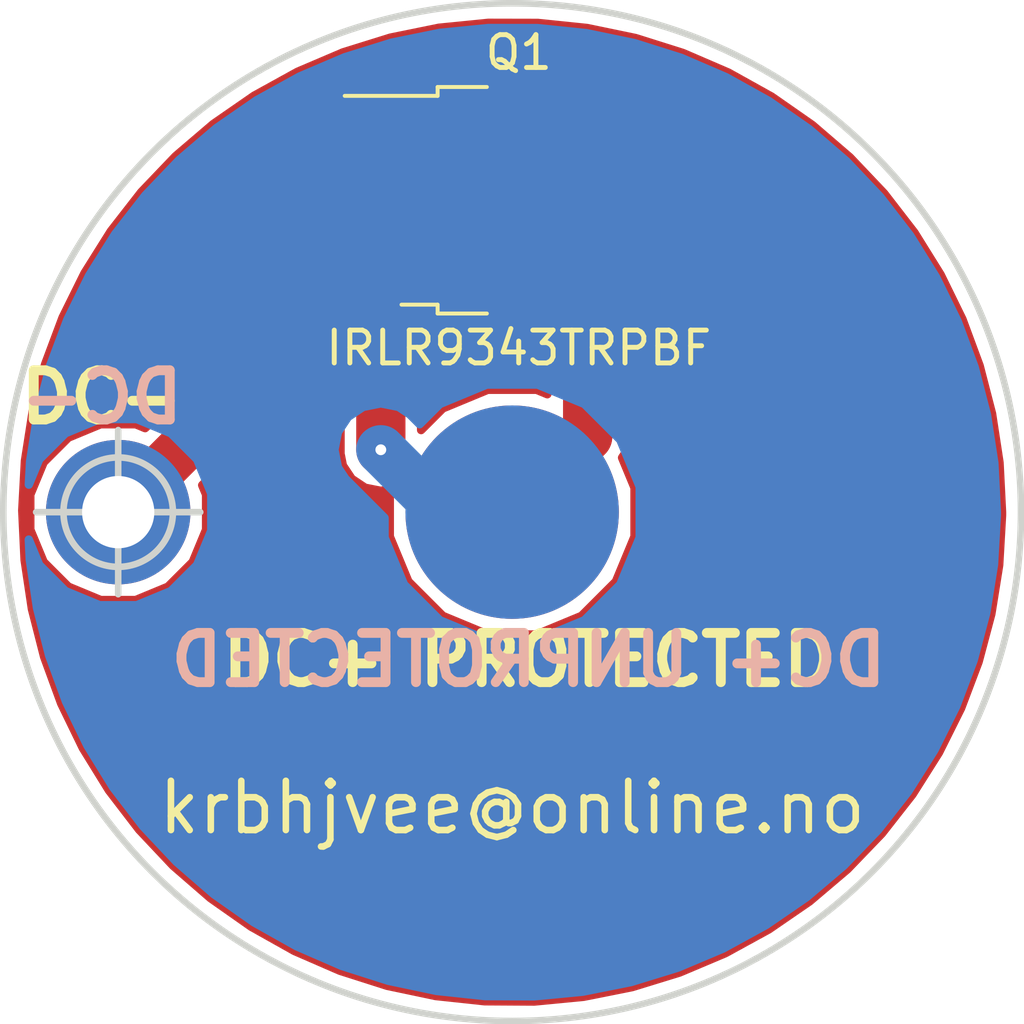
<source format=kicad_pcb>
(kicad_pcb (version 20171130) (host pcbnew 5.0.2-bee76a0~70~ubuntu18.04.1)

  (general
    (thickness 1.6)
    (drawings 7)
    (tracks 9)
    (zones 0)
    (modules 4)
    (nets 4)
  )

  (page A4)
  (layers
    (0 F.Cu signal hide)
    (31 B.Cu signal)
    (33 F.Adhes user hide)
    (34 B.Paste user)
    (35 F.Paste user hide)
    (36 B.SilkS user)
    (37 F.SilkS user hide)
    (38 B.Mask user)
    (39 F.Mask user hide)
    (41 Cmts.User user)
    (44 Edge.Cuts user)
    (45 Margin user)
    (46 B.CrtYd user)
    (47 F.CrtYd user)
    (49 F.Fab user)
  )

  (setup
    (last_trace_width 1.5)
    (trace_clearance 0.1524)
    (zone_clearance 0.508)
    (zone_45_only no)
    (trace_min 0.1524)
    (segment_width 0.2)
    (edge_width 0.2)
    (via_size 0.6858)
    (via_drill 0.3302)
    (via_min_size 0.508)
    (via_min_drill 0.254)
    (uvia_size 0.6858)
    (uvia_drill 0.3302)
    (uvias_allowed no)
    (uvia_min_size 0.2)
    (uvia_min_drill 0.1)
    (pcb_text_width 0.3)
    (pcb_text_size 1.5 1.5)
    (mod_edge_width 0.15)
    (mod_text_size 1 1)
    (mod_text_width 0.15)
    (pad_size 6.5 6.5)
    (pad_drill 0)
    (pad_to_mask_clearance 0.0508)
    (solder_mask_min_width 0.1016)
    (aux_axis_origin 17.5 29)
    (visible_elements FFFFFF7F)
    (pcbplotparams
      (layerselection 0x010fc_ffffffff)
      (usegerberextensions false)
      (usegerberattributes false)
      (usegerberadvancedattributes false)
      (creategerberjobfile false)
      (excludeedgelayer true)
      (linewidth 0.100000)
      (plotframeref false)
      (viasonmask false)
      (mode 1)
      (useauxorigin false)
      (hpglpennumber 1)
      (hpglpenspeed 20)
      (hpglpendiameter 15.000000)
      (psnegative false)
      (psa4output false)
      (plotreference true)
      (plotvalue true)
      (plotinvisibletext false)
      (padsonsilk false)
      (subtractmaskfromsilk false)
      (outputformat 1)
      (mirror false)
      (drillshape 1)
      (scaleselection 1)
      (outputdirectory ""))
  )

  (net 0 "")
  (net 1 /DC+IN)
  (net 2 /GND)
  (net 3 /DC+prot)

  (net_class Default "This is the default net class."
    (clearance 0.1524)
    (trace_width 1.5)
    (via_dia 0.6858)
    (via_drill 0.3302)
    (uvia_dia 0.6858)
    (uvia_drill 0.3302)
    (add_net /DC+IN)
    (add_net /DC+prot)
    (add_net /GND)
  )

  (module MountingHole:MountingHole_2.2mm_M2_Pad (layer F.Cu) (tedit 5E17B120) (tstamp 5E148C0A)
    (at 29.5 29)
    (descr "Mounting Hole 2.2mm, M2")
    (tags "mounting hole 2.2mm m2")
    (path /5DFB1679)
    (attr virtual)
    (fp_text reference J1 (at 0 -3.2) (layer F.SilkS) hide
      (effects (font (size 1 1) (thickness 0.15)))
    )
    (fp_text value 105-1102-001 (at 0 3.2) (layer F.Fab)
      (effects (font (size 1 1) (thickness 0.15)))
    )
    (fp_text user %R (at 0.3 0) (layer F.Fab)
      (effects (font (size 1 1) (thickness 0.15)))
    )
    (fp_circle (center 0 0) (end 2.2 0) (layer Cmts.User) (width 0.15))
    (fp_circle (center 0 0) (end 2.45 0) (layer F.CrtYd) (width 0.05))
    (pad 1 smd circle (at 0 0) (size 6.5 6.5) (layers B.Cu B.Paste B.Mask)
      (net 1 /DC+IN))
  )

  (module MountingHole:MountingHole_2.2mm_M2_Pad (layer F.Cu) (tedit 5DFF4B8B) (tstamp 5E148C12)
    (at 17.5 29)
    (descr "Mounting Hole 2.2mm, M2")
    (tags "mounting hole 2.2mm m2")
    (path /5DFB187D)
    (attr virtual)
    (fp_text reference J2 (at 0 -3.2) (layer F.SilkS) hide
      (effects (font (size 1 1) (thickness 0.15)))
    )
    (fp_text value 105-1102-001 (at 0 3.2) (layer F.Fab)
      (effects (font (size 1 1) (thickness 0.15)))
    )
    (fp_text user %R (at 0.3 0) (layer F.Fab)
      (effects (font (size 1 1) (thickness 0.15)))
    )
    (fp_circle (center 0 0) (end 2.2 0) (layer Cmts.User) (width 0.15))
    (fp_circle (center 0 0) (end 2.45 0) (layer F.CrtYd) (width 0.05))
    (pad 1 thru_hole circle (at 0 0) (size 4.4 4.4) (drill 2.2) (layers *.Cu *.Mask)
      (net 2 /GND))
  )

  (module MountingHole:MountingHole_2.2mm_M2_Pad (layer F.Cu) (tedit 5DFF4BA1) (tstamp 5E148C1A)
    (at 29.5 29)
    (descr "Mounting Hole 2.2mm, M2")
    (tags "mounting hole 2.2mm m2")
    (path /5DFB1772)
    (attr virtual)
    (fp_text reference J3 (at 0 -3.2) (layer F.SilkS) hide
      (effects (font (size 1 1) (thickness 0.15)))
    )
    (fp_text value 105-1102-001 (at 0 3.2) (layer F.Fab)
      (effects (font (size 1 1) (thickness 0.15)))
    )
    (fp_circle (center 0 0) (end 2.45 0) (layer F.CrtYd) (width 0.05))
    (fp_circle (center 0 0) (end 2.2 0) (layer Cmts.User) (width 0.15))
    (fp_text user %R (at 0.3 0) (layer F.Fab)
      (effects (font (size 1 1) (thickness 0.15)))
    )
    (pad 1 smd circle (at 0 0) (size 6.5 6.5) (layers F.Cu F.Paste F.Mask)
      (net 3 /DC+prot))
  )

  (module Package_TO_SOT_SMD:TO-252-3_TabPin4 (layer F.Cu) (tedit 5DFF5A8A) (tstamp 5E188BFA)
    (at 29.7 19.5)
    (descr "TO-252 / DPAK SMD package, http://www.infineon.com/cms/en/product/packages/PG-TO252/PG-TO252-3-1/")
    (tags "DPAK TO-252 DPAK-3 TO-252-3 SOT-428")
    (path /5DFF662E)
    (attr smd)
    (fp_text reference Q1 (at 0 -4.5) (layer F.SilkS)
      (effects (font (size 1 1) (thickness 0.15)))
    )
    (fp_text value IRLR9343TRPBF (at 0 4.5) (layer F.SilkS)
      (effects (font (size 1 1) (thickness 0.15)))
    )
    (fp_line (start 3.95 -2.7) (end 4.95 -2.7) (layer F.Fab) (width 0.1))
    (fp_line (start 4.95 -2.7) (end 4.95 2.7) (layer F.Fab) (width 0.1))
    (fp_line (start 4.95 2.7) (end 3.95 2.7) (layer F.Fab) (width 0.1))
    (fp_line (start 3.95 -3.25) (end 3.95 3.25) (layer F.Fab) (width 0.1))
    (fp_line (start 3.95 3.25) (end -2.27 3.25) (layer F.Fab) (width 0.1))
    (fp_line (start -2.27 3.25) (end -2.27 -2.25) (layer F.Fab) (width 0.1))
    (fp_line (start -2.27 -2.25) (end -1.27 -3.25) (layer F.Fab) (width 0.1))
    (fp_line (start -1.27 -3.25) (end 3.95 -3.25) (layer F.Fab) (width 0.1))
    (fp_line (start -1.865 -2.655) (end -4.97 -2.655) (layer F.Fab) (width 0.1))
    (fp_line (start -4.97 -2.655) (end -4.97 -1.905) (layer F.Fab) (width 0.1))
    (fp_line (start -4.97 -1.905) (end -2.27 -1.905) (layer F.Fab) (width 0.1))
    (fp_line (start -2.27 -0.375) (end -4.97 -0.375) (layer F.Fab) (width 0.1))
    (fp_line (start -4.97 -0.375) (end -4.97 0.375) (layer F.Fab) (width 0.1))
    (fp_line (start -4.97 0.375) (end -2.27 0.375) (layer F.Fab) (width 0.1))
    (fp_line (start -2.27 1.905) (end -4.97 1.905) (layer F.Fab) (width 0.1))
    (fp_line (start -4.97 1.905) (end -4.97 2.655) (layer F.Fab) (width 0.1))
    (fp_line (start -4.97 2.655) (end -2.27 2.655) (layer F.Fab) (width 0.1))
    (fp_line (start -0.97 -3.45) (end -2.47 -3.45) (layer F.SilkS) (width 0.12))
    (fp_line (start -2.47 -3.45) (end -2.47 -3.18) (layer F.SilkS) (width 0.12))
    (fp_line (start -2.47 -3.18) (end -5.3 -3.18) (layer F.SilkS) (width 0.12))
    (fp_line (start -0.97 3.45) (end -2.47 3.45) (layer F.SilkS) (width 0.12))
    (fp_line (start -2.47 3.45) (end -2.47 3.18) (layer F.SilkS) (width 0.12))
    (fp_line (start -2.47 3.18) (end -3.57 3.18) (layer F.SilkS) (width 0.12))
    (fp_line (start -5.55 -3.5) (end -5.55 3.5) (layer F.CrtYd) (width 0.05))
    (fp_line (start -5.55 3.5) (end 5.55 3.5) (layer F.CrtYd) (width 0.05))
    (fp_line (start 5.55 3.5) (end 5.55 -3.5) (layer F.CrtYd) (width 0.05))
    (fp_line (start 5.55 -3.5) (end -5.55 -3.5) (layer F.CrtYd) (width 0.05))
    (fp_text user %R (at 0 0) (layer F.Fab)
      (effects (font (size 1 1) (thickness 0.15)))
    )
    (pad 1 smd rect (at -4.2 -2.28) (size 2.2 1.2) (layers F.Cu F.Paste F.Mask)
      (net 2 /GND))
    (pad 2 smd rect (at -4.2 0) (size 2.2 1.2) (layers F.Paste F.Mask))
    (pad 3 smd rect (at -4.2 2.28) (size 2.2 1.2) (layers F.Cu F.Paste F.Mask))
    (pad 4 smd rect (at 2.1 0) (size 6.4 5.8) (layers F.Cu F.Mask)
      (net 3 /DC+prot))
    (pad "" smd rect (at 3.775 1.525) (size 3.05 2.75) (layers F.Paste))
    (pad "" smd rect (at 0.425 -1.525) (size 3.05 2.75) (layers F.Paste))
    (pad "" smd rect (at 3.775 -1.525) (size 3.05 2.75) (layers F.Paste))
    (pad "" smd rect (at 0.425 1.525) (size 3.05 2.75) (layers F.Paste))
    (model ${KISYS3DMOD}/Package_TO_SOT_SMD.3dshapes/TO-252-3_TabPin4.wrl
      (at (xyz 0 0 0))
      (scale (xyz 1 1 1))
      (rotate (xyz 0 0 0))
    )
  )

  (target plus (at 17.5 29) (size 5) (width 0.2) (layer Edge.Cuts))
  (gr_text krbhjvee@online.no (at 29.5 38) (layer F.SilkS)
    (effects (font (size 1.5 1.5) (thickness 0.2)))
  )
  (gr_text DC- (at 17 25.5) (layer F.SilkS) (tstamp 5DFF502D)
    (effects (font (size 1.5 1.5) (thickness 0.3)))
  )
  (gr_text DC- (at 17 25.5) (layer B.SilkS)
    (effects (font (size 1.5 1.5) (thickness 0.3)) (justify mirror))
  )
  (gr_text "DC+ UNPROTECTED" (at 30 33.5) (layer B.SilkS) (tstamp 5DFF4CC6)
    (effects (font (size 1.5 1.5) (thickness 0.3)) (justify mirror))
  )
  (gr_text "DC+ PROTECTED" (at 30 33.5) (layer F.SilkS)
    (effects (font (size 1.5 1.5) (thickness 0.3)))
  )
  (gr_circle (center 29.5 29) (end 45 29) (layer Edge.Cuts) (width 0.2))

  (segment (start 25.5 21.78) (end 25.5 27.1) (width 1.5) (layer F.Cu) (net 1))
  (segment (start 29.5 29) (end 27.4 29) (width 1.5) (layer B.Cu) (net 1))
  (segment (start 27.4 29) (end 25.5 27.1) (width 1.5) (layer B.Cu) (net 1))
  (via (at 25.5 27.1) (size 0.6858) (layers F.Cu B.Cu) (net 1))
  (segment (start 25.5 17.22) (end 22.9 17.22) (width 1.5) (layer F.Cu) (net 2))
  (segment (start 22.9 17.22) (end 22.9 23.6) (width 1.5) (layer F.Cu) (net 2))
  (segment (start 22.9 23.6) (end 17.5 29) (width 1.5) (layer F.Cu) (net 2))
  (segment (start 31.8 19.5) (end 31.8 26.7) (width 1.5) (layer F.Cu) (net 3))
  (segment (start 31.8 26.7) (end 29.5 29) (width 1.5) (layer F.Cu) (net 3))

  (zone (net 0) (net_name "") (layer F.Cu) (tstamp 0) (hatch edge 0.508)
    (connect_pads (clearance 0.35))
    (min_thickness 0.254)
    (fill yes (arc_segments 16) (thermal_gap 0.508) (thermal_bridge_width 0.508) (smoothing chamfer))
    (polygon
      (pts
        (xy 29.5 13.5) (xy 25 14) (xy 19.5 17) (xy 17 20) (xy 14 25)
        (xy 14 29.5) (xy 15 35) (xy 17.5 39) (xy 21 42) (xy 26 44)
        (xy 31 44.5) (xy 36 43) (xy 41 39.5) (xy 44.5 34) (xy 45 26.5)
        (xy 42.5 20.5) (xy 39.5 17) (xy 33.5 14)
      )
    )
    (filled_polygon
      (pts
        (xy 30.281009 14.097451) (xy 31.783008 14.252668) (xy 33.261631 14.558876) (xy 34.701741 15.012941) (xy 36.088592 15.610213)
        (xy 37.407985 16.344578) (xy 38.646412 17.208517) (xy 39.791192 18.193183) (xy 40.830606 19.288496) (xy 41.75401 20.483241)
        (xy 42.55195 21.765186) (xy 43.216257 23.121205) (xy 43.740128 24.537414) (xy 44.118201 25.999314) (xy 44.346605 27.491937)
        (xy 44.423 29) (xy 44.422636 29.104181) (xy 44.335715 30.611674) (xy 44.096897 32.102666) (xy 43.708627 33.561891)
        (xy 43.174881 34.974409) (xy 42.501124 36.325757) (xy 41.694253 37.602099) (xy 40.762531 38.790369) (xy 39.715496 39.878399)
        (xy 38.56387 40.855049) (xy 37.319442 41.710321) (xy 35.994954 42.435457) (xy 34.603967 43.023033) (xy 33.160722 43.467033)
        (xy 31.679997 43.762911) (xy 30.176952 43.907638) (xy 28.666976 43.899732) (xy 27.165528 43.739273) (xy 25.687983 43.427905)
        (xy 24.249467 42.968816) (xy 22.864709 42.366707) (xy 21.547887 41.627741) (xy 20.312484 40.759484) (xy 19.171147 39.770828)
        (xy 18.135564 38.671893) (xy 17.216336 37.473932) (xy 16.422875 36.18921) (xy 15.763306 34.830881) (xy 15.244381 33.412851)
        (xy 14.871413 31.94964) (xy 14.648222 30.45623) (xy 14.577091 28.947909) (xy 14.603108 28.467512) (xy 14.823 28.467512)
        (xy 14.823 29.532488) (xy 15.230549 30.516399) (xy 15.983601 31.269451) (xy 16.967512 31.677) (xy 18.032488 31.677)
        (xy 19.016399 31.269451) (xy 19.769451 30.516399) (xy 20.177 29.532488) (xy 20.177 28.467512) (xy 20.057127 28.178112)
        (xy 23.68217 24.55307) (xy 23.784617 24.484617) (xy 24.055808 24.078752) (xy 24.127 23.720847) (xy 24.127 23.720844)
        (xy 24.151037 23.600001) (xy 24.127 23.479158) (xy 24.127 22.954239) (xy 24.273 23.014714) (xy 24.273001 27.220847)
        (xy 24.344193 27.578752) (xy 24.615384 27.984617) (xy 25.021249 28.255808) (xy 25.5 28.351038) (xy 25.773 28.296735)
        (xy 25.773 29.741346) (xy 26.340402 31.111176) (xy 27.388824 32.159598) (xy 28.758654 32.727) (xy 30.241346 32.727)
        (xy 31.611176 32.159598) (xy 32.659598 31.111176) (xy 33.227 29.741346) (xy 33.227 28.258654) (xy 32.847087 27.341464)
        (xy 32.955808 27.178752) (xy 33.027 26.820847) (xy 33.027 26.820844) (xy 33.051037 26.700001) (xy 33.027 26.579158)
        (xy 33.027 22.886344) (xy 35 22.886344) (xy 35.186116 22.849323) (xy 35.343897 22.743897) (xy 35.449323 22.586116)
        (xy 35.486344 22.4) (xy 35.486344 16.6) (xy 35.449323 16.413884) (xy 35.343897 16.256103) (xy 35.186116 16.150677)
        (xy 35 16.113656) (xy 28.6 16.113656) (xy 28.413884 16.150677) (xy 28.256103 16.256103) (xy 28.150677 16.413884)
        (xy 28.113656 16.6) (xy 28.113656 22.4) (xy 28.150677 22.586116) (xy 28.256103 22.743897) (xy 28.413884 22.849323)
        (xy 28.6 22.886344) (xy 30.573 22.886344) (xy 30.573001 25.410376) (xy 30.241346 25.273) (xy 28.758654 25.273)
        (xy 27.388824 25.840402) (xy 26.727 26.502226) (xy 26.727 23.014714) (xy 26.959698 22.918327) (xy 27.138327 22.739699)
        (xy 27.235 22.50631) (xy 27.235 22.06575) (xy 27.086344 21.917094) (xy 27.086344 21.642906) (xy 27.235 21.49425)
        (xy 27.235 21.05369) (xy 27.138327 20.820301) (xy 26.959698 20.641673) (xy 26.726309 20.545) (xy 25.78575 20.545)
        (xy 25.751718 20.579032) (xy 25.5 20.528962) (xy 25.248282 20.579032) (xy 25.21425 20.545) (xy 24.273691 20.545)
        (xy 24.127 20.605761) (xy 24.127 18.447) (xy 25.620847 18.447) (xy 25.978752 18.375808) (xy 26.082712 18.306344)
        (xy 26.6 18.306344) (xy 26.786116 18.269323) (xy 26.943897 18.163897) (xy 27.049323 18.006116) (xy 27.086344 17.82)
        (xy 27.086344 16.62) (xy 27.049323 16.433884) (xy 26.943897 16.276103) (xy 26.786116 16.170677) (xy 26.6 16.133656)
        (xy 26.082712 16.133656) (xy 25.978752 16.064192) (xy 25.620847 15.993) (xy 23.020847 15.993) (xy 22.9 15.968962)
        (xy 22.779153 15.993) (xy 22.421248 16.064192) (xy 22.015383 16.335383) (xy 21.744192 16.741248) (xy 21.648962 17.22)
        (xy 21.673 17.340847) (xy 21.673001 23.091759) (xy 18.321888 26.442873) (xy 18.032488 26.323) (xy 16.967512 26.323)
        (xy 15.983601 26.730549) (xy 15.230549 27.483601) (xy 14.823 28.467512) (xy 14.603108 28.467512) (xy 14.65875 27.440122)
        (xy 14.892362 25.948305) (xy 15.275536 24.487734) (xy 15.804348 23.073362) (xy 16.473384 21.71967) (xy 17.275794 20.440519)
        (xy 18.203363 19.249004) (xy 19.246593 18.157326) (xy 20.394804 17.176662) (xy 21.636239 16.317051) (xy 22.958187 15.587296)
        (xy 24.347115 14.994869) (xy 25.788801 14.545833) (xy 27.268484 14.244789) (xy 28.771015 14.094816)
      )
    )
  )
  (zone (net 0) (net_name "") (layer B.Cu) (tstamp 0) (hatch edge 0.508)
    (connect_pads (clearance 0.508))
    (min_thickness 0.254)
    (fill yes (arc_segments 16) (thermal_gap 0.508) (thermal_bridge_width 0.508) (smoothing chamfer))
    (polygon
      (pts
        (xy 29.5 13.5) (xy 24 14.5) (xy 18 18) (xy 16 21.5) (xy 14.5 26)
        (xy 14 29.5) (xy 15 34.5) (xy 17 38) (xy 19.5 41) (xy 25.5 44)
        (xy 30.5 44.5) (xy 33 44) (xy 36.5 43) (xy 40.5 40) (xy 43.5 36)
        (xy 45 31.5) (xy 44.5 25.5) (xy 41.5 19) (xy 37 15.5) (xy 33 14)
      )
    )
    (filled_polygon
      (pts
        (xy 30.27274 14.255235) (xy 31.758836 14.408808) (xy 33.221804 14.711774) (xy 34.646666 15.161031) (xy 36.018834 15.75198)
        (xy 37.324258 16.47857) (xy 38.549573 17.333361) (xy 39.682233 18.307602) (xy 40.710641 19.391319) (xy 41.624268 20.573414)
        (xy 42.41376 21.841786) (xy 43.071033 23.183448) (xy 43.589358 24.584663) (xy 43.963429 26.031084) (xy 44.189414 27.507904)
        (xy 44.265 29) (xy 44.26464 29.103078) (xy 44.178639 30.59461) (xy 43.942349 32.069816) (xy 43.55819 33.513591)
        (xy 43.030096 34.911153) (xy 42.363472 36.248194) (xy 41.565144 37.511023) (xy 40.643287 38.686712) (xy 39.607338 39.763222)
        (xy 38.467904 40.729532) (xy 37.236652 41.575748) (xy 35.926187 42.293207) (xy 34.549927 42.874562) (xy 33.121964 43.313861)
        (xy 31.656916 43.606606) (xy 30.169785 43.7498) (xy 28.675795 43.741978) (xy 27.190245 43.583218) (xy 25.728343 43.275147)
        (xy 24.305058 42.820919) (xy 22.934962 42.225184) (xy 21.632082 41.494042) (xy 20.409758 40.634979) (xy 19.280506 39.65679)
        (xy 18.255887 38.56949) (xy 17.346392 37.384213) (xy 16.561332 36.113093) (xy 15.908746 34.769145) (xy 15.395315 33.366129)
        (xy 15.026296 31.918411) (xy 14.805467 30.440812) (xy 14.776848 29.833942) (xy 15.096603 30.605899) (xy 15.894101 31.403397)
        (xy 16.936083 31.835) (xy 18.063917 31.835) (xy 19.105899 31.403397) (xy 19.903397 30.605899) (xy 20.335 29.563917)
        (xy 20.335 28.436083) (xy 19.903397 27.394101) (xy 19.609296 27.1) (xy 24.087867 27.1) (xy 24.195359 27.640399)
        (xy 24.424203 27.982888) (xy 25.615 29.173686) (xy 25.615 29.772775) (xy 26.206456 31.200676) (xy 27.299324 32.293544)
        (xy 28.727225 32.885) (xy 30.272775 32.885) (xy 31.700676 32.293544) (xy 32.793544 31.200676) (xy 33.385 29.772775)
        (xy 33.385 28.227225) (xy 32.793544 26.799324) (xy 31.700676 25.706456) (xy 30.272775 25.115) (xy 28.727225 25.115)
        (xy 27.299324 25.706456) (xy 26.682233 26.323547) (xy 26.382888 26.024203) (xy 26.040399 25.795359) (xy 25.5 25.687867)
        (xy 24.959601 25.795359) (xy 24.501472 26.101472) (xy 24.195359 26.559601) (xy 24.087867 27.1) (xy 19.609296 27.1)
        (xy 19.105899 26.596603) (xy 18.063917 26.165) (xy 16.936083 26.165) (xy 15.894101 26.596603) (xy 15.096603 27.394101)
        (xy 14.777556 28.164349) (xy 14.815884 27.456637) (xy 15.047023 25.980616) (xy 15.42614 24.535509) (xy 15.949353 23.136111)
        (xy 16.611306 21.796752) (xy 17.40522 20.531144) (xy 18.322968 19.352245) (xy 19.355153 18.272125) (xy 20.491207 17.301843)
        (xy 21.719498 16.451334) (xy 23.02745 15.729306) (xy 24.401672 15.143151) (xy 25.828094 14.69887) (xy 27.292111 14.401012)
        (xy 28.778733 14.252627)
      )
    )
  )
)

</source>
